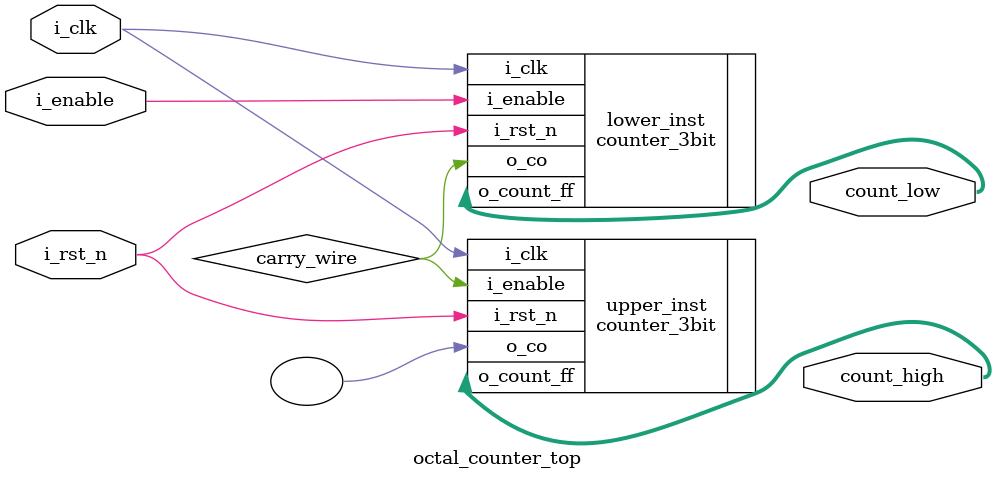
<source format=sv>
module octal_counter_top (
    input  logic       i_clk,
    input  logic       i_rst_n,
    input  logic       i_enable,

    output logic [2:0] count_low,
    output logic [2:0] count_high
);

    logic carry_wire;

    counter_3bit lower_inst (
        .i_clk       (i_clk),
        .i_rst_n     (i_rst_n),
        .i_enable    (i_enable),    
        .o_count_ff  (count_low),
        .o_co        (carry_wire)
    );

    counter_3bit upper_inst (
        .i_clk       (i_clk),
        .i_rst_n     (i_rst_n),
        .i_enable    (carry_wire),
        .o_count_ff  (count_high),
        .o_co        ()    
   );

endmodule

</source>
